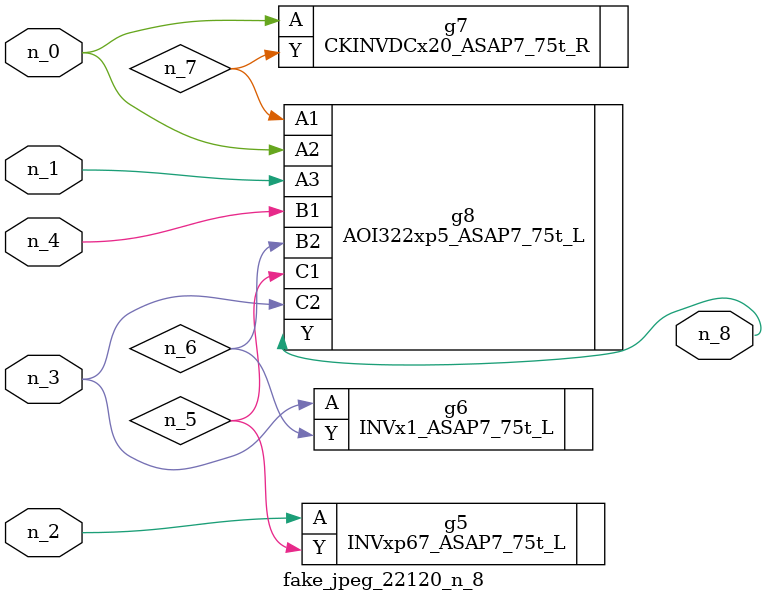
<source format=v>
module fake_jpeg_22120_n_8 (n_3, n_2, n_1, n_0, n_4, n_8);

input n_3;
input n_2;
input n_1;
input n_0;
input n_4;

output n_8;

wire n_6;
wire n_5;
wire n_7;

INVxp67_ASAP7_75t_L g5 ( 
.A(n_2),
.Y(n_5)
);

INVx1_ASAP7_75t_L g6 ( 
.A(n_3),
.Y(n_6)
);

CKINVDCx20_ASAP7_75t_R g7 ( 
.A(n_0),
.Y(n_7)
);

AOI322xp5_ASAP7_75t_L g8 ( 
.A1(n_7),
.A2(n_0),
.A3(n_1),
.B1(n_4),
.B2(n_6),
.C1(n_5),
.C2(n_3),
.Y(n_8)
);


endmodule
</source>
